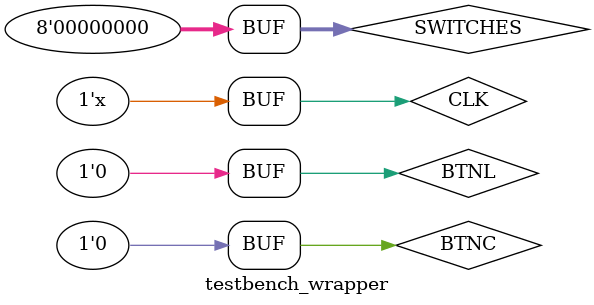
<source format=sv>
`timescale 1ns / 1ps


module testbench_wrapper();

logic CLK;
logic BTNC;
logic BTNL;
logic [7:0] SWITCHES;
logic [7:0] LEDS;
logic [7:0] CATHODES;
logic [3:0] ANODES;



initial begin
CLK = 0;
BTNC = 0;
BTNL = 0;
SWITCHES = 0;
end

OTTER_Wrapper_Programmable uut(.CLK(CLK), .BTNL(BTNL), .BTNC(BTNC), 
            .SWITCHES(SWITCHES), .LEDS(LEDS), .CATHODES(CATHODES), 
             .ANODES(ANODES));

always
 #10 CLK = ~CLK;






endmodule
</source>
